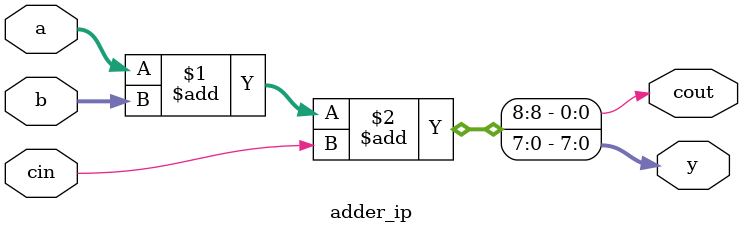
<source format=sv>
module adder_ip #(parameter WIDTH=8)
   (input  logic [WIDTH-1:0] a, b,
    input logic 	     cin,
    output logic [WIDTH-1:0] y,
    output logic 	     cout);
   
   assign {cout, y} = a + b + cin;
   
endmodule // adder

</source>
